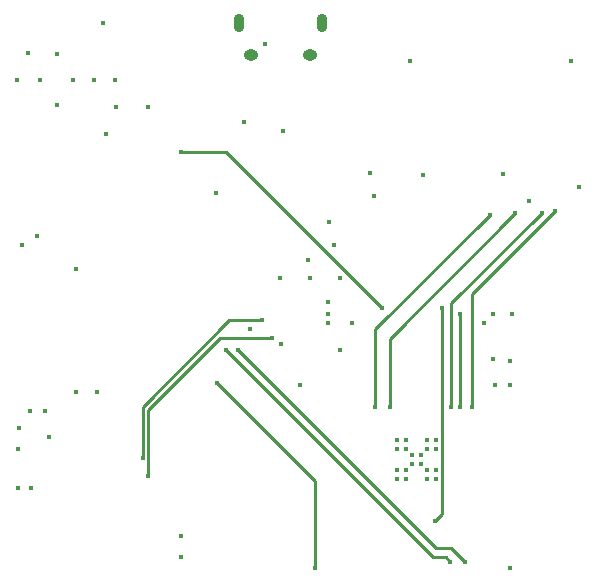
<source format=gbr>
%TF.GenerationSoftware,KiCad,Pcbnew,(5.1.10)-1*%
%TF.CreationDate,2021-12-18T14:31:07-08:00*%
%TF.ProjectId,ESP32_Playboard,45535033-325f-4506-9c61-79626f617264,rev?*%
%TF.SameCoordinates,Original*%
%TF.FileFunction,Copper,L4,Bot*%
%TF.FilePolarity,Positive*%
%FSLAX46Y46*%
G04 Gerber Fmt 4.6, Leading zero omitted, Abs format (unit mm)*
G04 Created by KiCad (PCBNEW (5.1.10)-1) date 2021-12-18 14:31:07*
%MOMM*%
%LPD*%
G01*
G04 APERTURE LIST*
%TA.AperFunction,ComponentPad*%
%ADD10O,0.890000X1.550000*%
%TD*%
%TA.AperFunction,ComponentPad*%
%ADD11O,1.250000X0.950000*%
%TD*%
%TA.AperFunction,ViaPad*%
%ADD12C,0.400000*%
%TD*%
%TA.AperFunction,Conductor*%
%ADD13C,0.254000*%
%TD*%
G04 APERTURE END LIST*
D10*
%TO.P,J1,6*%
%TO.N,Net-(J1-Pad6)*%
X110038000Y-61692000D03*
X117038000Y-61692000D03*
D11*
X111038000Y-64392000D03*
X116038000Y-64392000D03*
%TD*%
D12*
%TO.N,GND*%
X124714000Y-99060000D03*
X125476000Y-98298000D03*
X124714000Y-98298000D03*
X125476000Y-99060000D03*
X124206000Y-100330000D03*
X124206000Y-99568000D03*
X124206000Y-97790000D03*
X125984000Y-97790000D03*
X125984000Y-99568000D03*
X125984000Y-100330000D03*
X126746000Y-99568000D03*
X126746000Y-97790000D03*
X125984000Y-97028000D03*
X124206000Y-97028000D03*
X123444000Y-97790000D03*
X123444000Y-99568000D03*
X126746000Y-100330000D03*
X123444000Y-100330000D03*
X126746000Y-97028000D03*
X123444000Y-97028000D03*
X98552000Y-61722000D03*
X92202000Y-64262000D03*
X102348000Y-68848000D03*
X99581968Y-68847968D03*
X98806000Y-71120000D03*
X92964000Y-79756000D03*
X91694000Y-80518000D03*
X110490000Y-70104000D03*
X113792000Y-70866000D03*
X112238009Y-63470009D03*
X124516000Y-64968000D03*
X138120028Y-64968000D03*
X125622000Y-74568000D03*
X138813960Y-75567960D03*
X134568000Y-76760046D03*
X133109000Y-86373000D03*
X132973979Y-90301979D03*
X132973978Y-92333978D03*
X115194023Y-92323965D03*
X132973995Y-107827995D03*
X93980000Y-96774000D03*
X92350000Y-94594000D03*
X93620000Y-94594000D03*
X96266000Y-92964000D03*
X113537994Y-83312006D03*
X118618000Y-83312000D03*
X110998000Y-87630000D03*
X118618000Y-89408000D03*
X113557986Y-88880014D03*
X117601982Y-85344000D03*
X117602000Y-86360000D03*
X108076983Y-76073017D03*
X121158000Y-74422000D03*
X121495996Y-76370000D03*
X118110000Y-80518000D03*
X117685962Y-78569990D03*
X92456000Y-101092000D03*
X91280945Y-101092000D03*
%TO.N,/REG_3V3*%
X96012000Y-66548000D03*
X99568000Y-66548000D03*
X97790000Y-66548000D03*
X93218000Y-66548000D03*
X91199014Y-66561014D03*
X94639991Y-64364009D03*
X94639984Y-68682022D03*
X132368000Y-74456000D03*
X115836993Y-81800993D03*
X119621014Y-87109014D03*
X116058000Y-83332000D03*
X96266000Y-82550000D03*
X98044000Y-92964000D03*
X91426995Y-96025005D03*
X105156000Y-105156000D03*
X105156000Y-106934000D03*
X131572000Y-90170000D03*
X131572000Y-86360000D03*
X130809968Y-87122000D03*
X131704019Y-92323981D03*
X117602000Y-87122000D03*
X91281000Y-97790000D03*
%TO.N,/SPI3_D1*%
X136768008Y-77607992D03*
X129734034Y-94234000D03*
%TO.N,/SPI3_D0*%
X135668000Y-77756012D03*
X128016000Y-94234000D03*
%TO.N,/SPI3_CLK*%
X133430571Y-77804569D03*
X122814000Y-94233994D03*
%TO.N,/SPI3_CS0*%
X131268004Y-77928012D03*
X121543997Y-94234004D03*
%TO.N,/SPI3_D3*%
X128778000Y-86360000D03*
X128778000Y-94234000D03*
%TO.N,/SPI3_D2*%
X127200001Y-85852000D03*
X126624008Y-103886000D03*
%TO.N,/GPIO0*%
X108204000Y-92202000D03*
X116463991Y-107827991D03*
%TO.N,/ESP_RX*%
X108966000Y-89408000D03*
X127893983Y-107310017D03*
%TO.N,/ESP_TX*%
X109982000Y-89408000D03*
X129164020Y-107320020D03*
%TO.N,/I2C0_SCL*%
X101866000Y-98564000D03*
X112014000Y-86868000D03*
%TO.N,/I2C0_SDA*%
X102369034Y-100064000D03*
X112857997Y-88392000D03*
%TO.N,/RESET*%
X105156000Y-72644000D03*
X122173998Y-85852000D03*
%TD*%
D13*
%TO.N,/SPI3_D1*%
X136768008Y-77607992D02*
X129734034Y-84641966D01*
X129734034Y-84641966D02*
X129734034Y-94234000D01*
%TO.N,/SPI3_D0*%
X135668000Y-77756012D02*
X128016000Y-85408012D01*
X128016000Y-85408012D02*
X128016000Y-94234000D01*
%TO.N,/SPI3_CLK*%
X133430571Y-77804569D02*
X122814000Y-88421140D01*
X122814000Y-88421140D02*
X122814000Y-94233994D01*
%TO.N,/SPI3_CS0*%
X131268004Y-77928012D02*
X121543997Y-87652019D01*
X121543997Y-87652019D02*
X121543997Y-94234004D01*
%TO.N,/SPI3_D3*%
X128778000Y-86360000D02*
X128778000Y-94234000D01*
%TO.N,/SPI3_D2*%
X127200001Y-85852000D02*
X127200001Y-103310007D01*
X127200001Y-103310007D02*
X126624008Y-103886000D01*
%TO.N,/GPIO0*%
X108204000Y-92202000D02*
X116332000Y-100330000D01*
X116463991Y-100461991D02*
X116332000Y-100330000D01*
X116463991Y-107827991D02*
X116463991Y-100461991D01*
%TO.N,/ESP_RX*%
X108966000Y-89408000D02*
X126492000Y-106934000D01*
X127517966Y-106934000D02*
X127893983Y-107310017D01*
X126492000Y-106934000D02*
X127517966Y-106934000D01*
%TO.N,/ESP_TX*%
X126746000Y-106172000D02*
X109982000Y-89408000D01*
X128016000Y-106172000D02*
X126746000Y-106172000D01*
X129164020Y-107320020D02*
X128016000Y-106172000D01*
%TO.N,/I2C0_SCL*%
X109220000Y-86868000D02*
X112014000Y-86868000D01*
X101866000Y-94222000D02*
X109220000Y-86868000D01*
X101866000Y-98564000D02*
X101866000Y-94222000D01*
%TO.N,/I2C0_SDA*%
X102369034Y-94480966D02*
X108458000Y-88392000D01*
X108458000Y-88392000D02*
X112857997Y-88392000D01*
X102369034Y-100064000D02*
X102369034Y-94480966D01*
%TO.N,/RESET*%
X108965998Y-72644000D02*
X122173998Y-85852000D01*
X105156000Y-72644000D02*
X108965998Y-72644000D01*
%TD*%
M02*

</source>
